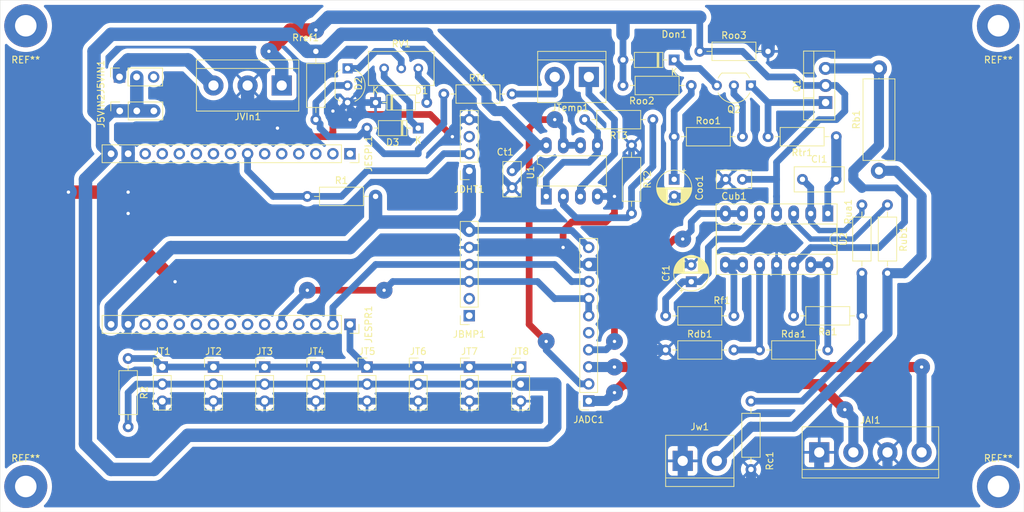
<source format=kicad_pcb>
(kicad_pcb (version 20211014) (generator pcbnew)
  (layers (0 "F.Cu" signal) (31 "B.Cu" signal) (34 "B.Paste" user) (35 "F.Paste" user) (36 "B.SilkS" user "B.Silkscreen") (37 "F.SilkS" user "F.Silkscreen") (38 "B.Mask" user) (39 "F.Mask" user) (44 "Edge.Cuts" user))
  (net 0 "")
  (net 1 "/3.3V")
  (net 2 "GND")
  (net 3 "/SCL")
  (net 4 "/SDA")
  (net 5 "Net-(JDHT1-Pad2)")
  (net 6 "/5V")
  (net 7 "Net-(JESPR1-Pad1)")
  (net 8 "Net-(D1-Pad2)")
  (net 9 "Net-(D2-Pad1)")
  (net 10 "/Vref")
  (net 11 "Net-(D3-Pad1)")
  (net 12 "/IN5V")
  (net 14 "/A3")
  (net 15 "/A2")
  (net 16 "/A1")
  (net 17 "/A0")
  (net 44 "Net-(JTemp1-Pad1)")
  (net 45 "Net-(JTemp1-Pad2)")
  (net 46 "VCC")
  (net 47 "Net-(RT2-Pad2)")
  (net 48 "Net-(RT3-Pad2)")
  (net 49 "Net-(Rf1-Pad1)")
  (net 50 "Net-(CI1-Pad1)")
  (net 51 "Net-(CI1-Pad2)")
  (net 52 "Net-(Coo1-Pad1)")
  (net 53 "Net-(Don1-Pad1)")
  (net 54 "Net-(Jw1-Pad2)")
  (net 55 "/Von")
  (net 56 "/Vwo")
  (net 57 "Net-(Q2-Pad2)")
  (net 58 "Net-(Ra1-Pad1)")
  (net 59 "Net-(Rda1-Pad1)")
  (net 60 "Net-(Rda1-Pad2)")
  (net 61 "Net-(Rf1-Pad2)")
  (net 62 "Net-(Rub1-Pad1)")
  (footprint "Connector_PinSocket_2.54mm:PinSocket_1x15_P2.54mm_Vertical" (layer "F.Cu") (at 128.27 86.36 -90)
    (fp_text reference "JESPR1")
    (fp_text value "Conn_01x15")
  )
  (footprint "Connector_PinSocket_2.54mm:PinSocket_1x15_P2.54mm_Vertical" (layer "F.Cu") (at 128.27 60.96 -90)
    (fp_text reference "JESPL1")
    (fp_text value "Conn_01x15")
  )
  (footprint "Connector_PinSocket_2.54mm:PinSocket_1x06_P2.54mm_Vertical" (layer "F.Cu") (at 146.025 85.065 180)
    (fp_text reference "JBMP1")
    (fp_text value "Conn_01x06")
  )
  (footprint "Resistor_THT:R_Axial_DIN0207_L6.3mm_D2.5mm_P10.16mm_Horizontal" (layer "F.Cu") (at 121.92 67.31)
    (fp_text reference "R1")
    (fp_text value "10k")
  )
  (footprint "Connector_PinHeader_2.54mm:PinHeader_1x03_P2.54mm_Vertical" (layer "F.Cu") (at 107.95 92.71)
    (fp_text reference "JT2")
    (fp_text value "Conn_01x03")
  )
  (footprint "Connector_PinHeader_2.54mm:PinHeader_1x03_P2.54mm_Vertical" (layer "F.Cu") (at 123.19 92.71)
    (fp_text reference "JT4")
    (fp_text value "Conn_01x03")
  )
  (footprint "Connector_PinHeader_2.54mm:PinHeader_1x03_P2.54mm_Vertical" (layer "F.Cu") (at 138.43 92.71)
    (fp_text reference "JT6")
    (fp_text value "Conn_01x03")
  )
  (footprint "Connector_PinHeader_2.54mm:PinHeader_1x03_P2.54mm_Vertical" (layer "F.Cu") (at 100.33 92.71)
    (fp_text reference "JT1")
    (fp_text value "Conn_01x03")
  )
  (footprint "Connector_PinSocket_2.54mm:PinSocket_1x04_P2.54mm_Vertical" (layer "F.Cu") (at 146.025 63.49 180)
    (fp_text reference "JDHT1")
    (fp_text value "Conn_01x04")
  )
  (footprint "Resistor_THT:R_Axial_DIN0207_L6.3mm_D2.5mm_P10.16mm_Horizontal" (layer "F.Cu") (at 95.25 91.44 -90)
    (fp_text reference "R2")
    (fp_text value "10k")
  )
  (footprint "Connector_PinHeader_2.54mm:PinHeader_1x03_P2.54mm_Vertical" (layer "F.Cu") (at 115.57 92.71)
    (fp_text reference "JT3")
    (fp_text value "Conn_01x03")
  )
  (footprint "Connector_PinHeader_2.54mm:PinHeader_1x03_P2.54mm_Vertical" (layer "F.Cu") (at 130.81 92.71)
    (fp_text reference "JT5")
    (fp_text value "Conn_01x03")
  )
  (footprint "Connector_PinSocket_2.54mm:PinSocket_1x03_P2.54mm_Vertical" (layer "F.Cu") (at 93.995 54.585 90)
    (fp_text reference "J5VIN2")
    (fp_text value "Conn_01x03")
  )
  (footprint "Capacitor_THT:C_Rect_L7.2mm_W3.5mm_P5.00mm_FKS2_FKP2_MKS2_MKP2" (layer "F.Cu") (at 195.62 64.77)
    (fp_text reference "CI1")
    (fp_text value "100n")
  )
  (footprint "MountingHole:MountingHole_3.2mm_M3_Pad" (layer "F.Cu") (at 224.79 41.91)
    (fp_text reference "REF**")
    (fp_text value "MountingHole_3.2mm_M3_Pad")
  )
  (footprint "Resistor_THT:R_Axial_DIN0207_L6.3mm_D2.5mm_P10.16mm_Horizontal" (layer "F.Cu") (at 204.47 85.09 180)
    (fp_text reference "Ra1")
    (fp_text value "1k")
  )
  (footprint "TerminalBlock:TerminalBlock_bornier-4_P5.08mm" (layer "F.Cu") (at 198.12 105.41)
    (fp_text reference "JAI1")
    (fp_text value "Conn_01x04")
  )
  (footprint "Resistor_THT:R_Axial_DIN0414_L11.9mm_D4.5mm_P15.24mm_Horizontal" (layer "F.Cu") (at 207.01 63.5 90)
    (fp_text reference "Rb1")
    (fp_text value "100")
  )
  (footprint "Resistor_THT:R_Axial_DIN0207_L6.3mm_D2.5mm_P10.16mm_Horizontal" (layer "F.Cu") (at 175.26 90.17)
    (fp_text reference "Rdb1")
    (fp_text value "20k")
  )
  (footprint "Resistor_THT:R_Axial_DIN0207_L6.3mm_D2.5mm_P10.16mm_Horizontal" (layer "F.Cu") (at 187.96 107.95 90)
    (fp_text reference "Rc1")
    (fp_text value "1k")
  )
  (footprint "Potentiometer_THT:Potentiometer_Bourns_3296W_Vertical" (layer "F.Cu") (at 138.44 48.26)
    (fp_text reference "RV1")
    (fp_text value "10k")
  )
  (footprint "Resistor_THT:R_Axial_DIN0207_L6.3mm_D2.5mm_P10.16mm_Horizontal" (layer "F.Cu") (at 180.34 45.72)
    (fp_text reference "Roo3")
    (fp_text value "4.7k")
  )
  (footprint "Package_TO_SOT_THT:TO-92_Inline_Wide" (layer "F.Cu") (at 127.91 48.26 -90)
    (fp_text reference "D2")
    (fp_text value "LM336Z-2.5_NOPB")
  )
  (footprint "TerminalBlock:TerminalBlock_bornier-2_P5.08mm" (layer "F.Cu") (at 177.8 106.68)
    (fp_text reference "Jw1")
    (fp_text value "Conn_01x02")
  )
  (footprint "Capacitor_THT:CP_Radial_D5.0mm_P2.50mm" (layer "F.Cu") (at 179.07 80.01 90)
    (fp_text reference "Cf1")
    (fp_text value "10u")
  )
  (footprint "MountingHole:MountingHole_3.2mm_M3_Pad" (layer "F.Cu") (at 80.01 41.91)
    (fp_text reference "REF**")
    (fp_text value "MountingHole_3.2mm_M3_Pad")
  )
  (footprint "Resistor_THT:R_Axial_DIN0207_L6.3mm_D2.5mm_P10.16mm_Horizontal" (layer "F.Cu") (at 170.18 59.69 -90)
    (fp_text reference "RT2")
    (fp_text value "10k")
  )
  (footprint "Resistor_THT:R_Axial_DIN0207_L6.3mm_D2.5mm_P10.16mm_Horizontal" (layer "F.Cu") (at 173.355 55.88 180)
    (fp_text reference "RT3")
    (fp_text value "10k")
  )
  (footprint "Resistor_THT:R_Axial_DIN0207_L6.3mm_D2.5mm_P10.16mm_Horizontal" (layer "F.Cu") (at 142.24 52.07)
    (fp_text reference "RT1")
    (fp_text value "10k")
  )
  (footprint "Diode_THT:D_DO-35_SOD27_P7.62mm_Horizontal" (layer "F.Cu") (at 138.43 57.15 180)
    (fp_text reference "D3")
    (fp_text value "1N4148")
  )
  (footprint "Resistor_THT:R_Axial_DIN0207_L6.3mm_D2.5mm_P10.16mm_Horizontal" (layer "F.Cu") (at 176.53 58.42)
    (fp_text reference "Roo1")
    (fp_text value "560")
  )
  (footprint "TerminalBlock:TerminalBlock_bornier-2_P5.08mm" (layer "F.Cu") (at 163.83 49.53 180)
    (fp_text reference "JTemp1")
    (fp_text value "Conn_01x02")
  )
  (footprint "TerminalBlock:TerminalBlock_bornier-3_P5.08mm" (layer "F.Cu") (at 118.11 50.8 180)
    (fp_text reference "JVIn1")
    (fp_text value "Conn_01x03")
  )
  (footprint "Resistor_THT:R_Axial_DIN0207_L6.3mm_D2.5mm_P10.16mm_Horizontal" (layer "F.Cu") (at 168.91 50.8)
    (fp_text reference "Roo2")
    (fp_text value "22k")
  )
  (footprint "Resistor_THT:R_Axial_DIN0207_L6.3mm_D2.5mm_P10.16mm_Horizontal" (layer "F.Cu") (at 189.23 90.17)
    (fp_text reference "Rda1")
    (fp_text value "100k")
  )
  (footprint "Package_TO_SOT_THT:TO-220-3_Vertical" (layer "F.Cu") (at 199.065 53.34 90)
    (fp_text reference "Q1")
    (fp_text value "TIP41")
  )
  (footprint "MountingHole:MountingHole_3.2mm_M3_Pad" (layer "F.Cu") (at 224.79 110.49)
    (fp_text reference "REF**")
    (fp_text value "MountingHole_3.2mm_M3_Pad")
  )
  (footprint "Connector_PinHeader_2.54mm:PinHeader_1x03_P2.54mm_Vertical" (layer "F.Cu") (at 153.67 92.71)
    (fp_text reference "JT8")
    (fp_text value "Conn_01x03")
  )
  (footprint "Package_DIP:DIP-8_W7.62mm_LongPads" (layer "F.Cu") (at 157.49 67.325 90)
    (fp_text reference "U1")
    (fp_text value "LM358")
  )
  (footprint "Resistor_THT:R_Axial_DIN0207_L6.3mm_D2.5mm_P10.16mm_Horizontal" (layer "F.Cu") (at 185.42 85.09 180)
    (fp_text reference "Rf1")
    (fp_text value "10k")
  )
  (footprint "Connector_PinHeader_2.54mm:PinHeader_1x03_P2.54mm_Vertical" (layer "F.Cu") (at 146.05 92.71)
    (fp_text reference "JT7")
    (fp_text value "Conn_01x03")
  )
  (footprint "Connector_PinSocket_2.54mm:PinSocket_1x03_P2.54mm_Vertical" (layer "F.Cu") (at 93.965 49.53 90)
    (fp_text reference "J5VIN1")
    (fp_text value "Conn_01x03")
  )
  (footprint "Resistor_THT:R_Axial_DIN0207_L6.3mm_D2.5mm_P10.16mm_Horizontal" (layer "F.Cu") (at 200.66 58.42 180)
    (fp_text reference "Rtr1")
    (fp_text value "2k")
  )
  (footprint "Resistor_THT:R_Axial_DIN0207_L6.3mm_D2.5mm_P10.16mm_Horizontal" (layer "F.Cu") (at 204.47 68.58 -90)
    (fp_text reference "Rua1")
    (fp_text value "10k")
  )
  (footprint "Resistor_THT:R_Axial_DIN0207_L6.3mm_D2.5mm_P10.16mm_Horizontal" (layer "F.Cu") (at 208.28 68.58 -90)
    (fp_text reference "Rub1")
    (fp_text value "10k")
  )
  (footprint "Capacitor_THT:CP_Radial_D5.0mm_P2.50mm" (layer "F.Cu") (at 176.53 64.77 -90)
    (fp_text reference "Coo1")
    (fp_text value "10u")
  )
  (footprint "MountingHole:MountingHole_3.2mm_M3_Pad" (layer "F.Cu") (at 80.01 110.49)
    (fp_text reference "REF**")
    (fp_text value "MountingHole_3.2mm_M3_Pad")
  )
  (footprint "Capacitor_THT:C_Disc_D5.0mm_W2.5mm_P2.50mm" (layer "F.Cu") (at 186.69 64.77 180)
    (fp_text reference "Cub1")
    (fp_text value "10n")
  )
  (footprint "Resistor_THT:R_Axial_DIN0207_L6.3mm_D2.5mm_P10.16mm_Horizontal" (layer "F.Cu") (at 123.19 45.72 -90)
    (fp_text reference "Rref1")
    (fp_text value "2.5k")
  )
  (footprint "Package_TO_SOT_THT:TO-92_Inline_Wide" (layer "F.Cu") (at 187.96 50.8 180)
    (fp_text reference "Q2")
    (fp_text value "2N3906")
  )
  (footprint "Capacitor_THT:C_Disc_D5.0mm_W2.5mm_P2.50mm" (layer "F.Cu") (at 152.4 63.5 -90)
    (fp_text reference "Ct1")
    (fp_text value "10n")
  )
  (footprint "Diode_THT:D_DO-35_SOD27_P7.62mm_Horizontal" (layer "F.Cu") (at 132.08 53.34)
    (fp_text reference "D1")
    (fp_text value "1N4148")
  )
  (footprint "Package_DIP:DIP-14_W7.62mm_Socket_LongPads" (layer "F.Cu") (at 199.395 69.86 -90)
    (fp_text reference "U2")
    (fp_text value "LM324")
  )
  (footprint "Diode_THT:D_DO-35_SOD27_P7.62mm_Horizontal" (layer "F.Cu") (at 176.53 46.99 180)
    (fp_text reference "Don1")
    (fp_text value "1N4148")
  )
  (footprint "Connector_PinSocket_2.54mm:PinSocket_1x10_P2.54mm_Vertical" (layer "F.Cu") (at 163.805 97.76 180)
    (fp_text reference "JADC1")
    (fp_text value "Conn_01x10")
  )
  (gr_rect (start 76.2 38.1) (end 228.6 114.3) (layer "Edge.Cuts") (width 0.05) (fill none))
  (segment (start 128.27 74.93) (end 132.08 71.12) (width 2) (layer "B.Cu") (net 1))
  (segment (start 132.08 71.12) (end 132.08 67.31) (width 2) (layer "B.Cu") (net 1))
  (segment (start 101.6 74.93) (end 92.71 83.82) (width 2) (layer "B.Cu") (net 1))
  (segment (start 144.78 71.12) (end 146.025 72.365) (width 2) (layer "B.Cu") (net 1))
  (segment (start 132.08 71.12) (end 144.78 71.12) (width 2) (layer "B.Cu") (net 1))
  (segment (start 128.27 74.93) (end 101.6 74.93) (width 2) (layer "B.Cu") (net 1))
  (segment (start 92.71 83.82) (end 92.71 86.36) (width 2) (layer "B.Cu") (net 1))
  (segment (start 159.995 72.365) (end 160.02 72.39) (width 1) (layer "B.Cu") (net 1))
  (segment (start 161.295 72.39) (end 163.805 74.9) (width 1) (layer "B.Cu") (net 1))
  (segment (start 160.02 72.39) (end 161.295 72.39) (width 1) (layer "B.Cu") (net 1))
  (segment (start 146.025 72.365) (end 159.995 72.365) (width 1) (layer "B.Cu") (net 1))
  (segment (start 144.78 71.12) (end 146.025 69.875) (width 2) (layer "B.Cu") (net 1))
  (segment (start 146.025 69.875) (end 146.025 63.49) (width 2) (layer "B.Cu") (net 1))
  (segment (start 161.29 71.12) (end 166.37 71.12) (width 1) (layer "F.Cu") (net 2))
  (segment (start 117.475 57.15) (end 118.745 58.42) (width 1) (layer "F.Cu") (net 2))
  (segment (start 159.995 74.905) (end 159.995 72.415) (width 1) (layer "F.Cu") (net 2))
  (segment (start 95.25 66.675) (end 86.36 66.675) (width 2) (layer "F.Cu") (net 2))
  (segment (start 129.032 55.118) (end 140.208 55.118) (width 1) (layer "F.Cu") (net 2))
  (segment (start 166.37 71.12) (end 167.64 69.85) (width 1) (layer "F.Cu") (net 2))
  (segment (start 140.208 55.118) (end 143.51 58.42) (width 1) (layer "F.Cu") (net 2))
  (segment (start 125.73 57.785) (end 125.73 54.61) (width 1) (layer "F.Cu") (net 2))
  (segment (start 125.095 58.42) (end 125.73 57.785) (width 1) (layer "F.Cu") (net 2))
  (segment (start 118.745 58.42) (end 125.095 58.42) (width 1) (layer "F.Cu") (net 2))
  (segment (start 95.25 73.025) (end 102.235 80.01) (width 2) (layer "F.Cu") (net 2))
  (segment (start 159.995 72.415) (end 161.29 71.12) (width 1) (layer "F.Cu") (net 2))
  (segment (start 95.25 69.85) (end 95.25 73.025) (width 2) (layer "F.Cu") (net 2))
  (segment (start 167.64 69.85) (end 167.64 67.31) (width 1) (layer "F.Cu") (net 2))
  (segment (start 128.27 55.88) (end 129.032 55.118) (width 1) (layer "F.Cu") (net 2))
  (via (at 128.27 55.88) (size 2.5) (drill 0.5) (layers "F.Cu" "B.Cu") (net 2))
  (via (at 117.475 57.15) (size 2.5) (drill 0.5) (layers "F.Cu" "B.Cu") (net 2))
  (via (at 95.25 66.675) (size 2.5) (drill 0.5) (layers "F.Cu" "B.Cu") (net 2))
  (via (at 102.235 80.01) (size 2.5) (drill 0.5) (layers "F.Cu" "B.Cu") (net 2))
  (via (at 143.51 58.42) (size 2.5) (drill 0.5) (layers "F.Cu" "B.Cu") (net 2))
  (via (at 167.64 67.31) (size 2.5) (drill 0.5) (layers "F.Cu" "B.Cu") (net 2))
  (via (at 159.995 74.905) (size 2.5) (drill 0.5) (layers "F.Cu" "B.Cu") (net 2))
  (via (at 86.36 66.675) (size 2.5) (drill 0.5) (layers "F.Cu" "B.Cu") (net 2))
  (via (at 125.73 54.61) (size 2.5) (drill 0.5) (layers "F.Cu" "B.Cu") (net 2))
  (via (at 95.25 69.85) (size 2.5) (drill 0.5) (layers "F.Cu" "B.Cu") (net 2))
  (segment (start 169.545 79.375) (end 168.91 78.74) (width 2) (layer "B.Cu") (net 2))
  (segment (start 176.53 68.58) (end 176.53 67.27) (width 1) (layer "B.Cu") (net 2))
  (segment (start 95.25 87.63) (end 95.25 86.36) (width 1) (layer "B.Cu") (net 2))
  (segment (start 162.53 77.44) (end 163.805 77.44) (width 1) (layer "B.Cu") (net 2))
  (segment (start 127.91 53.34) (end 132.08 53.34) (width 1) (layer "B.Cu") (net 2))
  (segment (start 96.52 57.15) (end 110.49 57.15) (width 2) (layer "B.Cu") (net 2))
  (segment (start 146.025 55.87) (end 144.79 55.87) (width 1) (layer "B.Cu") (net 2))
  (segment (start 91.44 91.44) (end 95.25 87.63) (width 1) (layer "B.Cu") (net 2))
  (segment (start 91.44 102.87) (end 91.44 91.44) (width 1) (layer "B.Cu") (net 2))
  (segment (start 109.22 106.68) (end 109.855 106.045) (width 2) (layer "B.Cu") (net 2))
  (segment (start 100.33 101.6) (end 97.79 104.14) (width 1) (layer "B.Cu") (net 2))
  (segment (start 95.25 60.96) (end 95.25 69.85) (width 2) (layer "B.Cu") (net 2))
  (segment (start 171.41 74.97) (end 175.26 71.12) (width 1) (layer "B.Cu") (net 2))
  (segment (start 181.47137 99.02) (end 186.51137 93.98) (width 1.5) (layer "B.Cu") (net 2))
  (segment (start 177.8 106.68) (end 177.8 110.49) (width 1.5) (layer "B.Cu") (net 2))
  (segment (start 167.64 67.31) (end 165.125 67.31) (width 1) (layer "B.Cu") (net 2))
  (segment (start 86.36 66.675) (end 86.36 106.68) (width 2) (layer "B.Cu") (net 2))
  (segment (start 171.41 77.51) (end 169.545 79.375) (width 1) (layer "B.Cu") (net 2))
  (segment (start 110.49 57.15) (end 113.03 54.61) (width 2) (layer "B.Cu") (net 2))
  (segment (start 105.41 111.125) (end 109.22 107.315) (width 2) (layer "B.Cu") (net 2))
  (segment (start 217.17 109.22) (end 217.17 52.07) (width 2) (layer "B.Cu") (net 2))
  (segment (start 193.04 90.17) (end 193.04 88.9) (width 1.5) (layer "B.Cu") (net 2))
  (segment (start 180.34 99.02) (end 181.47137 99.02) (width 1.5) (layer "B.Cu") (net 2))
  (segment (start 100.33 80.01) (end 95.25 85.09) (width 2) (layer "B.Cu") (net 2))
  (segment (start 165.125 67.31) (end 165.11 67.325) (width 1) (layer "B.Cu") (net 2))
  (segment (start 95.25 58.42) (end 96.52 57.15) (width 2) (layer "B.Cu") (net 2))
  (segment (start 125.73 54.61) (end 127 54.61) (width 1) (layer "B.Cu") (net 2))
  (segment (start 159.995 74.905) (end 162.53 77.44) (width 1) (layer "B.Cu") (net 2))
  (segment (start 170.18 62.23) (end 170.18 59.69) (width 1) (layer "B.Cu") (net 2))
  (segment (start 167.64 64.77) (end 170.18 62.23) (width 1) (layer "B.Cu") (net 2))
  (segment (start 102.235 80.01) (end 100.33 80.01) (width 2) (layer "B.Cu") (net 2))
  (segment (start 148.59 57.15) (end 147.31 55.87) (width 1) (layer "B.Cu") (net 2))
  (segment (start 147.31 55.87) (end 146.025 55.87) (width 1) (layer "B.Cu") (net 2))
  (segment (start 168.91 78.74) (end 167.61 77.44) (width 2) (layer "B.Cu") (net 2))
  (segment (start 90.805 111.125) (end 105.41 111.125) (width 2) (layer "B.Cu") (net 2))
  (segment (start 100.33 97.79) (end 100.33 101.6) (width 1) (layer "B.Cu") (net 2))
  (segment (start 126.64 54.61) (end 127.91 53.34) (width 1) (layer "B.Cu") (net 2))
  (segment (start 198.12 105.41) (end 198.12 110.49) (width 1.5) (layer "B.Cu") (net 2))
  (segment (start 186.51137 93.98) (end 189.23 93.98) (width 1.5) (layer "B.Cu") (net 2))
  (segment (start 127 54.61) (end 128.27 55.88) (width 1) (layer "B.Cu") (net 2))
  (segment (start 167.61 77.44) (end 163.805 77.44) (width 2) (layer "B.Cu") (net 2))
  (segment (start 115.57 57.15) (end 113.03 54.61) (width 1) (layer "B.Cu") (net 2))
  (segment (start 97.79 104.14) (end 92.71 104.14) (width 1) (layer "B.Cu") (net 2))
  (segment (start 215.9 110.49) (end 217.17 109.22) (width 2) (layer "B.Cu") (net 2))
  (segment (start 115.57 57.15) (end 117.475 57.15) (width 1) (layer "B.Cu") (net 2))
  (segment (start 171.45 90.17) (end 171.45 81.28) (width 2) (layer "B.Cu") (net 2))
  (segment (start 198.12 110.49) (end 208.28 110.49) (width 2) (layer "B.Cu") (net 2))
  (segment (start 179.07 77.51) (end 175.22 77.51) (width 1) (layer "B.Cu") (net 2))
  (segment (start 177.8 101.56) (end 180.34 99.02) (width 1.5) (layer "B.Cu") (net 2))
  (segment (start 113.03 54.61) (end 113.03 50.8) (width 2) (layer "B.Cu") (net 2))
  (segment (start 152.4 66) (end 148.63 62.23) (width 1) (layer "B.Cu") (net 2))
  (segment (start 177.8 110.49) (end 187.96 110.49) (width 2) (layer "B.Cu") (net 2))
  (segment (start 177.8 106.68) (end 177.8 101.56) (width 1.5) (layer "B.Cu") (net 2))
  (segment (start 109.855 106.045) (end 163.83 106.045) (width 2) (layer "B.Cu") (net 2))
  (segment (start 163.83 106.045) (end 171.45 98.425) (width 2) (layer "B.Cu") (net 2))
  (segment (start 187.96 107.95) (end 187.96 110.49) (width 1.5) (layer "B.Cu") (net 2))
  (segment (start 173.99 110.49) (end 177.8 110.49) (width 2) (layer "B.Cu") (net 2))
  (segment (start 86.36 106.68) (end 90.805 111.125) (width 2) (layer "B.Cu") (net 2))
  (segment (start 100.33 97.79) (end 153.67 97.79) (width 1) (layer "B.Cu") (net 2))
  (segment (start 171.45 98.425) (end 171.45 90.17) (width 2) (layer "B.Cu") (net 2))
  (segment (start 148.59 62.23) (end 148.59 57.15) (width 1) (layer "B.Cu") (net 2))
  (segment (start 175.26 90.17) (end 171.45 90.17) (width 1.5) (layer "B.Cu") (net 2))
  (segment (start 175.26 71.12) (end 175.26 69.85) (width 1) (layer "B.Cu") (net 2))
  (segment (start 146.025 74.905) (end 159.995 74.905) (width 1) (layer "B.Cu") (net 2))
  (segment (start 125.73 54.61) (end 126.64 54.61) (width 1) (layer "B.Cu") (net 2))
  (segment (start 128.27 53.7) (end 127.91 53.34) (width 1) (layer "B.Cu") (net 2))
  (segment (start 148.63 62.23) (end 148.59 62.23) (width 1) (layer "B.Cu") (net 2))
  (segment (start 127.91 53.34) (end 127.91 53.488) (width 1) (layer "B.Cu") (net 2))
  (segment (start 193.04 41.91) (end 190.5 44.45) (width 2) (layer "B.Cu") (net 2))
  (segment (start 208.28 105.41) (end 208.28 110.49) (width 1.5) (layer "B.Cu") (net 2))
  (segment (start 109.22 107.315) (end 109.22 106.68) (width 2) (layer "B.Cu") (net 2))
  (segment (start 193.04 88.9) (end 191.77 87.63) (width 1.5) (layer "B.Cu") (net 2))
  (segment (start 128.27 55.88) (end 128.27 53.7) (width 1) (layer "B.Cu") (net 2))
  (segment (start 171.41 77.51) (end 171.41 74.97) (width 1) (layer "B.Cu") (net 2))
  (segment (start 95.25 60.96) (end 95.25 58.42) (width 2) (layer "B.Cu") (net 2))
  (segment (start 187.96 110.49) (end 198.12 110.49) (width 2) (layer "B.Cu") (net 2))
  (segment (start 189.23 93.98) (end 193.04 90.17) (width 1.5) (layer "B.Cu") (net 2))
  (segment (start 217.17 52.07) (end 207.01 41.91) (width 2) (layer "B.Cu") (net 2))
  (segment (start 190.5 44.45) (end 190.5 45.72) (width 2) (layer "B.Cu") (net 2))
  (segment (start 191.77 87.63) (end 191.775 87.625) (width 1.5) (layer "B.Cu") (net 2))
  (segment (start 207.01 41.91) (end 193.04 41.91) (width 2) (layer "B.Cu") (net 2))
  (segment (start 169.545 106.045) (end 173.99 110.49) (width 2) (layer "B.Cu") (net 2))
  (segment (start 181.69 67.27) (end 184.19 64.77) (width 1) (layer "B.Cu") (net 2))
  (segment (start 163.83 106.045) (end 169.545 106.045) (width 2) (layer "B.Cu") (net 2))
  (segment (start 191.775 87.625) (end 191.775 77.48) (width 1.5) (layer "B.Cu") (net 2))
  (segment (start 144.79 55.87) (end 143.51 57.15) (width 1) (layer "B.Cu") (net 2))
  (segment (start 95.25 85.09) (end 95.25 86.36) (width 2) (layer "B.Cu") (net 2))
  (segment (start 143.51 57.15) (end 143.51 58.42) (width 1) (layer "B.Cu") (net 2))
  (segment (start 171.45 81.28) (end 169.545 79.375) (width 2) (layer "B.Cu") (net 2))
  (segment (start 167.64 67.31) (end 167.64 64.77) (width 1) (layer "B.Cu") (net 2))
  (segment (start 176.53 67.27) (end 181.69 67.27) (width 1) (layer "B.Cu") (net 2))
  (segment (start 92.71 104.14) (end 91.44 102.87) (width 1) (layer "B.Cu") (net 2))
  (segment (start 208.28 110.49) (end 215.9 110.49) (width 2) (layer "B.Cu") (net 2))
  (segment (start 175.22 77.51) (end 171.45 81.28) (width 1) (layer "B.Cu") (net 2))
  (segment (start 175.26 69.85) (end 176.53 68.58) (width 1) (layer "B.Cu") (net 2))
  (segment (start 125.73 83.82) (end 125.73 86.36) (width 1) (layer "B.Cu") (net 3))
  (segment (start 158.725 77.445) (end 161.29 80.01) (width 1) (layer "B.Cu") (net 3))
  (segment (start 132.105 77.445) (end 125.73 83.82) (width 1) (layer "B.Cu") (net 3))
  (segment (start 161.32 79.98) (end 163.805 79.98) (width 1) (layer "B.Cu") (net 3))
  (segment (start 161.29 80.01) (end 161.32 79.98) (width 1) (layer "B.Cu") (net 3))
  (segment (start 146.025 77.445) (end 132.105 77.445) (width 1) (layer "B.Cu") (net 3))
  (segment (start 146.025 77.445) (end 158.725 77.445) (width 1) (layer "B.Cu") (net 3))
  (segment (start 133.35 81.28) (end 121.92 81.28) (width 1) (layer "F.Cu") (net 4))
  (via (at 133.35 81.28) (size 2.5) (drill 0.5) (layers "F.Cu" "B.Cu") (net 4))
  (via (at 121.92 81.28) (size 2.5) (drill 0.5) (layers "F.Cu" "B.Cu") (net 4))
  (segment (start 118.11 85.09) (end 118.11 86.36) (width 1) (layer "B.Cu") (net 4))
  (segment (start 156.185 79.985) (end 158.75 82.55) (width 1) (layer "B.Cu") (net 4))
  (segment (start 146.025 79.985) (end 156.185 79.985) (width 1) (layer "B.Cu") (net 4))
  (segment (start 134.645 79.985) (end 133.35 81.28) (width 1) (layer "B.Cu") (net 4))
  (segment (start 146.025 79.985) (end 134.645 79.985) (width 1) (layer "B.Cu") (net 4))
  (segment (start 163.805 82.52) (end 163.805 85.06) (width 1) (layer "B.Cu") (net 4))
  (segment (start 121.92 81.28) (end 118.11 85.09) (width 1) (layer "B.Cu") (net 4))
  (segment (start 158.78 82.52) (end 163.805 82.52) (width 1) (layer "B.Cu") (net 4))
  (segment (start 158.75 82.55) (end 158.78 82.52) (width 1) (layer "B.Cu") (net 4))
  (segment (start 127 67.31) (end 130.81 63.5) (width 1) (layer "B.Cu") (net 5))
  (segment (start 113.03 63.5) (end 113.03 60.96) (width 1) (layer "B.Cu") (net 5))
  (segment (start 139.7 63.5) (end 142.25 60.95) (width 1) (layer "B.Cu") (net 5))
  (segment (start 116.84 67.31) (end 113.03 63.5) (width 1) (layer "B.Cu") (net 5))
  (segment (start 121.92 67.31) (end 127 67.31) (width 1) (layer "B.Cu") (net 5))
  (segment (start 130.81 63.5) (end 139.7 63.5) (width 1) (layer "B.Cu") (net 5))
  (segment (start 142.25 60.95) (end 146.025 60.95) (width 1) (layer "B.Cu") (net 5))
  (segment (start 121.92 67.31) (end 116.84 67.31) (width 1) (layer "B.Cu") (net 5))
  (segment (start 96.505 49.53) (end 96.535 49.56) (width 1) (layer "B.Cu") (net 6))
  (segment (start 157.48 102.87) (end 158.75 101.6) (width 2) (layer "B.Cu") (net 6))
  (segment (start 95.25 96.52) (end 96.52 95.25) (width 1) (layer "B.Cu") (net 6))
  (segment (start 148.59 52.07) (end 139.7 43.18) (width 1.5) (layer "B.Cu") (net 6))
  (segment (start 152.4 63.5) (end 156.21 59.69) (width 1.5) (layer "B.Cu") (net 6))
  (segment (start 93.995 54.585) (end 99.075 54.585) (width 2) (layer "B.Cu") (net 6))
  (segment (start 148.59 53.34) (end 148.59 52.07) (width 1.5) (layer "B.Cu") (net 6))
  (segment (start 90.17 54.61) (end 90.17 45.72) (width 2) (layer "B.Cu") (net 6))
  (segment (start 92.71 60.96) (end 88.9 64.77) (width 2) (layer "B.Cu") (net 6))
  (segment (start 92.735 54.585) (end 91.44 55.88) (width 2) (layer "B.Cu") (net 6))
  (segment (start 100.33 95.25) (end 153.67 95.25) (width 1) (layer "B.Cu") (net 6))
  (segment (start 149.86 54.61) (end 148.59 53.34) (width 1.5) (layer "B.Cu") (net 6))
  (segment (start 96.52 95.25) (end 100.33 95.25) (width 1) (layer "B.Cu") (net 6))
  (segment (start 96.535 54.585) (end 96.535 49.56) (width 2) (layer "B.Cu") (net 6))
  (segment (start 99.06 107.95) (end 104.14 102.87) (width 2) (layer "B.Cu") (net 6))
  (segment (start 92.71 107.95) (end 99.06 107.95) (width 2) (layer "B.Cu") (net 6))
  (segment (start 156.21 59.69) (end 157.475 59.69) (width 1.5) (layer "B.Cu") (net 6))
  (segment (start 90.17 45.72) (end 92.71 43.18) (width 2) (layer "B.Cu") (net 6))
  (segment (start 93.995 54.585) (end 92.735 54.585) (width 2) (layer "B.Cu") (net 6))
  (segment (start 127 43.18) (end 139.7 43.18) (width 2) (layer "B.Cu") (net 6))
  (segment (start 88.9 64.77) (end 88.9 104.14) (width 2) (layer "B.Cu") (net 6))
  (segment (start 151.13 54.61) (end 149.86 54.61) (width 1.5) (layer "B.Cu") (net 6))
  (segment (start 121.92 45.72) (end 123.19 45.72) (width 2) (layer "B.Cu") (net 6))
  (segment (start 91.44 55.88) (end 90.17 54.61) (width 2) (layer "B.Cu") (net 6))
  (segment (start 158.75 95.25) (end 153.67 95.25) (width 2) (layer "B.Cu") (net 6))
  (segment (start 119.38 43.18) (end 121.92 45.72) (width 2) (layer "B.Cu") (net 6))
  (segment (start 157.475 59.69) (end 157.49 59.705) (width 1.5) (layer "B.Cu") (net 6))
  (segment (start 88.9 104.14) (end 92.71 107.95) (width 2) (layer "B.Cu") (net 6))
  (segment (start 91.44 59.69) (end 92.71 60.96) (width 2) (layer "B.Cu") (net 6))
  (segment (start 156.21 59.69) (end 151.13 54.61) (width 1.5) (layer "B.Cu") (net 6))
  (segment (start 158.75 101.6) (end 158.75 95.25) (width 2) (layer "B.Cu") (net 6))
  (segment (start 96.505 54.555) (end 96.535 54.585) (width 1) (layer "B.Cu") (net 6))
  (segment (start 95.25 101.6) (end 95.25 96.52) (width 1) (layer "B.Cu") (net 6))
  (segment (start 92.71 43.18) (end 119.38 43.18) (width 2) (layer "B.Cu") (net 6))
  (segment (start 124.46 45.72) (end 127 43.18) (width 2) (layer "B.Cu") (net 6))
  (segment (start 91.44 55.88) (end 91.44 59.69) (width 2) (layer "B.Cu") (net 6))
  (segment (start 104.14 102.87) (end 157.48 102.87) (width 2) (layer "B.Cu") (net 6))
  (segment (start 123.19 45.72) (end 124.46 45.72) (width 2) (layer "B.Cu") (net 6))
  (segment (start 138.43 92.71) (end 146.05 92.71) (width 1) (layer "B.Cu") (net 7))
  (segment (start 107.95 92.71) (end 115.57 92.71) (width 1) (layer "B.Cu") (net 7))
  (segment (start 130.81 92.71) (end 138.43 92.71) (width 1) (layer "B.Cu") (net 7))
  (segment (start 128.27 90.17) (end 128.27 86.36) (width 1) (layer "B.Cu") (net 7))
  (segment (start 130.81 92.71) (end 128.27 90.17) (width 1) (layer "B.Cu") (net 7))
  (segment (start 123.19 92.71) (end 130.81 92.71) (width 1) (layer "B.Cu") (net 7))
  (segment (start 115.57 92.71) (end 123.19 92.71) (width 1) (layer "B.Cu") (net 7))
  (segment (start 100.33 92.71) (end 107.95 92.71) (width 1) (layer "B.Cu") (net 7))
  (segment (start 99.06 91.44) (end 100.33 92.71) (width 1) (layer "B.Cu") (net 7))
  (segment (start 146.05 92.71) (end 153.67 92.71) (width 1) (layer "B.Cu") (net 7))
  (segment (start 95.25 91.44) (end 99.06 91.44) (width 1) (layer "B.Cu") (net 7))
  (segment (start 139.7 50.8) (end 138.43 49.53) (width 1) (layer "B.Cu") (net 8))
  (segment (start 138.43 49.53) (end 138.44 49.52) (width 1) (layer "B.Cu") (net 8))
  (segment (start 138.44 49.52) (end 138.44 48.26) (width 1) (layer "B.Cu") (net 8))
  (segment (start 139.7 53.34) (end 139.7 50.8) (width 1) (layer "B.Cu") (net 8))
  (segment (start 127.91 48.26) (end 129.54 48.26) (width 1) (layer "B.Cu") (net 9))
  (segment (start 129.54 48.26) (end 132.08 45.72) (width 1) (layer "B.Cu") (net 9))
  (segment (start 135.9 47) (end 135.9 48.26) (width 1) (layer "B.Cu") (net 9))
  (segment (start 132.08 45.72) (end 134.62 45.72) (width 1) (layer "B.Cu") (net 9))
  (segment (start 134.62 45.72) (end 135.9 47) (width 1) (layer "B.Cu") (net 9))
  (segment (start 130.81 58.42) (end 130.81 57.15) (width 1) (layer "B.Cu") (net 10))
  (segment (start 123.825 57.15) (end 125.095 58.42) (width 1) (layer "B.Cu") (net 10))
  (segment (start 142.24 52.07) (end 142.24 56.515) (width 1) (layer "B.Cu") (net 10))
  (segment (start 142.24 56.515) (end 138.43 60.325) (width 1) (layer "B.Cu") (net 10))
  (segment (start 133.35 60.96) (end 130.81 58.42) (width 1) (layer "B.Cu") (net 10))
  (segment (start 125.73 50.8) (end 127.91 50.8) (width 1) (layer "B.Cu") (net 10))
  (segment (start 125.095 58.42) (end 129.54 58.42) (width 1) (layer "B.Cu") (net 10))
  (segment (start 129.54 58.42) (end 130.81 57.15) (width 1) (layer "B.Cu") (net 10))
  (segment (start 123.19 53.34) (end 123.19 55.88) (width 1) (layer "B.Cu") (net 10))
  (segment (start 138.43 60.325) (end 138.43 60.96) (width 1) (layer "B.Cu") (net 10))
  (segment (start 138.43 60.96) (end 133.35 60.96) (width 1) (layer "B.Cu") (net 10))
  (segment (start 123.19 55.88) (end 123.825 56.515) (width 1) (layer "B.Cu") (net 10))
  (segment (start 123.19 53.34) (end 125.73 50.8) (width 1) (layer "B.Cu") (net 10))
  (segment (start 123.825 56.515) (end 123.825 57.15) (width 1) (layer "B.Cu") (net 10))
  (segment (start 133.36 48.26) (end 133.36 49.54) (width 1) (layer "B.Cu") (net 11))
  (segment (start 133.36 49.54) (end 137.16 53.34) (width 1) (layer "B.Cu") (net 11))
  (segment (start 137.16 55.88) (end 138.43 57.15) (width 1) (layer "B.Cu") (net 11))
  (segment (start 137.16 53.34) (end 137.16 55.88) (width 1) (layer "B.Cu") (net 11))
  (segment (start 104.14 46.99) (end 107.95 50.8) (width 2) (layer "B.Cu") (net 12))
  (segment (start 93.965 48.275) (end 95.25 46.99) (width 2) (layer "B.Cu") (net 12))
  (segment (start 93.965 49.53) (end 93.965 48.275) (width 2) (layer "B.Cu") (net 12))
  (segment (start 95.25 46.99) (end 104.14 46.99) (width 2) (layer "B.Cu") (net 12))
  (segment (start 168.91 95.25) (end 198.12 95.25) (width 1.5) (layer "F.Cu") (net 14))
  (segment (start 167.64 96.52) (end 168.91 95.25) (width 1.5) (layer "F.Cu") (net 14))
  (segment (start 198.12 95.25) (end 201.93 99.06) (width 1.5) (layer "F.Cu") (net 14))
  (via (at 167.64 96.52) (size 2.5) (drill 0.5) (layers "F.Cu" "B.Cu") (net 14))
  (via (at 201.93 99.06) (size 2.5) (drill 0.5) (layers "F.Cu" "B.Cu") (net 14))
  (segment (start 203.2 100.33) (end 203.2 105.41) (width 1.5) (layer "B.Cu") (net 14))
  (segment (start 163.805 97.76) (end 166.4 97.76) (width 1.5) (layer "B.Cu") (net 14))
  (segment (start 166.4 97.76) (end 167.64 96.52) (width 1.5) (layer "B.Cu") (net 14))
  (segment (start 201.93 99.06) (end 203.2 100.33) (width 1.5) (layer "B.Cu") (net 14))
  (segment (start 158.75 55.88) (end 156.21 55.88) (width 1) (layer "F.Cu") (net 15))
  (segment (start 154.94 57.15) (end 154.94 86.36) (width 1) (layer "F.Cu") (net 15))
  (segment (start 154.94 86.36) (end 157.48 88.9) (width 1) (layer "F.Cu") (net 15))
  (segment (start 156.21 55.88) (end 154.94 57.15) (width 1) (layer "F.Cu") (net 15))
  (via (at 158.75 55.88) (size 2.5) (drill 0.5) (layers "F.Cu" "B.Cu") (net 15))
  (via (at 157.48 88.9) (size 2.5) (drill 0.5) (layers "F.Cu" "B.Cu") (net 15))
  (segment (start 162.53 95.22) (end 163.805 95.22) (width 1) (layer "B.Cu") (net 15))
  (segment (start 160.03 59.705) (end 162.57 59.705) (width 1) (layer "B.Cu") (net 15))
  (segment (start 160.03 59.705) (end 160.03 57.16) (width 1) (layer "B.Cu") (net 15))
  (segment (start 160.03 57.16) (end 158.75 55.88) (width 1) (layer "B.Cu") (net 15))
  (segment (start 157.48 88.9) (end 157.48 90.17) (width 1) (layer "B.Cu") (net 15))
  (segment (start 157.48 90.17) (end 162.53 95.22) (width 1) (layer "B.Cu") (net 15))
  (segment (start 213.36 92.71) (end 167.64 92.71) (width 1.5) (layer "F.Cu") (net 16))
  (via (at 213.36 92.71) (size 2.5) (drill 0.5) (layers "F.Cu" "B.Cu") (net 16))
  (via (at 167.64 92.71) (size 2.5) (drill 0.5) (layers "F.Cu" "B.Cu") (net 16))
  (segment (start 213.36 105.41) (end 213.36 92.71) (width 1.5) (layer "B.Cu") (net 16))
  (segment (start 163.835 92.71) (end 163.805 92.68) (width 1.5) (layer "B.Cu") (net 16))
  (segment (start 167.64 92.71) (end 163.835 92.71) (width 1.5) (layer "B.Cu") (net 16))
  (segment (start 176.53 73.66) (end 177.8 73.66) (width 1) (layer "F.Cu") (net 17))
  (segment (start 167.64 82.55) (end 176.53 73.66) (width 1) (layer "F.Cu") (net 17))
  (segment (start 167.64 88.9) (end 167.64 82.55) (width 1) (layer "F.Cu") (net 17))
  (via (at 167.64 88.9) (size 2.5) (drill 0.5) (layers "F.Cu" "B.Cu") (net 17))
  (via (at 177.8 73.66) (size 2.5) (drill 0.5) (layers "F.Cu" "B.Cu") (net 17))
  (segment (start 177.8 73.66) (end 179.07 72.39) (width 1) (layer "B.Cu") (net 17))
  (segment (start 163.805 90.14) (end 166.4 90.14) (width 1) (layer "B.Cu") (net 17))
  (segment (start 180.34 69.85) (end 180.35 69.86) (width 1) (layer "B.Cu") (net 17))
  (segment (start 184.155 69.86) (end 186.695 69.86) (width 1) (layer "B.Cu") (net 17))
  (segment (start 179.07 72.39) (end 179.07 71.12) (width 1) (layer "B.Cu") (net 17))
  (segment (start 179.07 71.12) (end 180.34 69.85) (width 1) (layer "B.Cu") (net 17))
  (segment (start 166.4 90.14) (end 167.64 88.9) (width 1) (layer "B.Cu") (net 17))
  (segment (start 180.35 69.86) (end 184.155 69.86) (width 1) (layer "B.Cu") (net 17))
  (segment (start 167.64 60.96) (end 167.64 55.88) (width 1) (layer "B.Cu") (net 44))
  (segment (start 162.57 66.03) (end 167.64 60.96) (width 1) (layer "B.Cu") (net 44))
  (segment (start 162.57 67.325) (end 162.57 66.03) (width 1) (layer "B.Cu") (net 44))
  (segment (start 167.64 55.88) (end 163.83 52.07) (width 1) (layer "B.Cu") (net 44))
  (segment (start 163.83 52.07) (end 163.83 49.53) (width 1) (layer "B.Cu") (net 44))
  (segment (start 158.75 52.07) (end 158.75 49.53) (width 1) (layer "B.Cu") (net 45))
  (segment (start 152.4 52.07) (end 158.75 52.07) (width 1) (layer "B.Cu") (net 45))
  (segment (start 116.205 45.72) (end 119.38 42.545) (width 2) (layer "F.Cu") (net 46))
  (segment (start 119.38 42.545) (end 123.19 42.545) (width 2) (layer "F.Cu") (net 46))
  (via (at 123.19 42.545) (size 2.5) (drill 0.5) (layers "F.Cu" "B.Cu") (net 46))
  (via (at 116.205 45.72) (size 2.5) (drill 0.5) (layers "F.Cu" "B.Cu") (net 46))
  (segment (start 191.77 67.31) (end 191.77 64.77) (width 1) (layer "B.Cu") (net 46))
  (segment (start 186.69 64.77) (end 191.77 64.77) (width 1) (layer "B.Cu") (net 46))
  (segment (start 191.775 67.315) (end 191.775 69.86) (width 1) (layer "B.Cu") (net 46))
  (segment (start 200.66 50.8) (end 199.065 50.8) (width 1) (layer "B.Cu") (net 46))
  (segment (start 198.12 55.88) (end 200.66 55.88) (width 1) (layer "B.Cu") (net 46))
  (segment (start 168.91 40.64) (end 168.91 43.18) (width 2) (layer "B.Cu") (net 46))
  (segment (start 118.11 47.625) (end 116.205 45.72) (width 2) (layer "B.Cu") (net 46))
  (segment (start 191.77 64.77) (end 191.77 62.23) (width 1) (layer "B.Cu") (net 46))
  (segment (start 191.77 62.23) (end 198.12 55.88) (width 1) (layer "B.Cu") (net 46))
  (segment (start 195.58 50.8) (end 194.31 49.53) (width 1) (layer "B.Cu") (net 46))
  (segment (start 186.69 45.72) (end 180.34 45.72) (width 1) (layer "B.Cu") (net 46))
  (segment (start 190.5 49.53) (end 186.69 45.72) (width 1) (layer "B.Cu") (net 46))
  (segment (start 201.93 52.07) (end 200.66 50.8) (width 1) (layer "B.Cu") (net 46))
  (segment (start 168.91 50.8) (end 168.91 46.99) (width 1) (layer "B.Cu") (net 46))
  (segment (start 199.065 50.8) (end 195.58 50.8) (width 1) (layer "B.Cu") (net 46))
  (segment (start 168.91 40.64) (end 180.34 40.64) (width 2) (layer "B.Cu") (net 46))
  (segment (start 201.93 54.61) (end 201.93 52.07) (width 1) (layer "B.Cu") (net 46))
  (segment (start 123.19 42.545) (end 125.095 40.64) (width 2) (layer "B.Cu") (net 46))
  (segment (start 168.91 46.99) (end 168.91 43.18) (width 1) (layer "B.Cu") (net 46))
  (segment (start 191.77 67.31) (end 191.775 67.315) (width 1) (layer "B.Cu") (net 46))
  (segment (start 200.66 55.88) (end 201.93 54.61) (width 1) (layer "B.Cu") (net 46))
  (segment (start 180.34 45.72) (end 180.34 40.64) (width 1) (layer "B.Cu") (net 46))
  (segment (start 194.31 49.53) (end 190.5 49.53) (width 1) (layer "B.Cu") (net 46))
  (segment (start 125.095 40.64) (end 168.91 40.64) (width 2) (layer "B.Cu") (net 46))
  (segment (start 118.11 50.8) (end 118.11 47.625) (width 2) (layer "B.Cu") (net 46))
  (segment (start 161.925 70.485) (end 169.545 70.485) (width 1) (layer "B.Cu") (net 47))
  (segment (start 173.355 62.865) (end 173.355 55.88) (width 1) (layer "B.Cu") (net 47))
  (segment (start 169.545 70.485) (end 170.18 69.85) (width 1) (layer "B.Cu") (net 47))
  (segment (start 160.03 67.325) (end 160.03 68.59) (width 1) (layer "B.Cu") (net 47))
  (segment (start 170.18 66.04) (end 173.355 62.865) (width 1) (layer "B.Cu") (net 47))
  (segment (start 160.03 68.59) (end 161.925 70.485) (width 1) (layer "B.Cu") (net 47))
  (segment (start 170.18 69.85) (end 170.18 66.04) (width 1) (layer "B.Cu") (net 47))
  (segment (start 160.02 62.23) (end 163.83 62.23) (width 1) (layer "B.Cu") (net 48))
  (segment (start 157.49 67.325) (end 157.49 64.76) (width 1) (layer "B.Cu") (net 48))
  (segment (start 163.195 55.88) (end 165.11 57.795) (width 1) (layer "B.Cu") (net 48))
  (segment (start 163.83 62.23) (end 165.11 60.95) (width 1) (layer "B.Cu") (net 48))
  (segment (start 165.11 60.95) (end 165.11 59.705) (width 1) (layer "B.Cu") (net 48))
  (segment (start 157.49 64.76) (end 160.02 62.23) (width 1) (layer "B.Cu") (net 48))
  (segment (start 165.11 57.795) (end 165.11 59.705) (width 1) (layer "B.Cu") (net 48))
  (segment (start 185.42 85.09) (end 185.42 78.745) (width 1) (layer "B.Cu") (net 49))
  (segment (start 184.155 77.48) (end 186.695 77.48) (width 1.5) (layer "B.Cu") (net 49))
  (segment (start 185.42 78.745) (end 184.155 77.48) (width 1) (layer "B.Cu") (net 49))
  (segment (start 196.855 66.005) (end 195.62 64.77) (width 1) (layer "B.Cu") (net 50))
  (segment (start 201.93 72.39) (end 198.12 72.39) (width 0.8) (layer "B.Cu") (net 50))
  (segment (start 204.47 69.85) (end 201.93 72.39) (width 0.8) (layer "B.Cu") (net 50))
  (segment (start 196.855 69.86) (end 196.855 66.005) (width 1) (layer "B.Cu") (net 50))
  (segment (start 198.12 72.39) (end 196.855 71.125) (width 0.8) (layer "B.Cu") (net 50))
  (segment (start 204.47 68.58) (end 204.47 69.85) (width 0.8) (layer "B.Cu") (net 50))
  (segment (start 196.855 71.125) (end 196.855 69.86) (width 0.8) (layer "B.Cu") (net 50))
  (segment (start 199.395 69.86) (end 199.395 65.995) (width 1) (layer "B.Cu") (net 51))
  (segment (start 200.66 58.42) (end 200.66 64.73) (width 1.5) (layer "B.Cu") (net 51))
  (segment (start 200.66 64.73) (end 200.62 64.77) (width 1.5) (layer "B.Cu") (net 51))
  (segment (start 199.395 65.995) (end 200.62 64.77) (width 1) (layer "B.Cu") (net 51))
  (segment (start 176.53 64.77) (end 176.53 58.42) (width 1) (layer "B.Cu") (net 52))
  (segment (start 176.53 54.61) (end 179.07 52.07) (width 1) (layer "B.Cu") (net 52))
  (segment (start 176.53 58.42) (end 176.53 54.61) (width 1) (layer "B.Cu") (net 52))
  (segment (start 179.07 52.07) (end 179.07 50.8) (width 1) (layer "B.Cu") (net 52))
  (segment (start 180.34 48.26) (end 177.8 48.26) (width 1) (layer "B.Cu") (net 53))
  (segment (start 177.8 48.26) (end 176.53 46.99) (width 1) (layer "B.Cu") (net 53))
  (segment (start 182.88 50.8) (end 180.34 48.26) (width 1) (layer "B.Cu") (net 53))
  (segment (start 182.88 106.68) (end 187.96 101.6) (width 1.5) (layer "B.Cu") (net 54))
  (segment (start 187.96 101.6) (end 194.31 101.6) (width 1.5) (layer "B.Cu") (net 54))
  (segment (start 213.36 67.31) (end 209.55 63.5) (width 1.5) (layer "B.Cu") (net 54))
  (segment (start 209.55 63.5) (end 207.01 63.5) (width 1.5) (layer "B.Cu") (net 54))
  (segment (start 210.82 78.74) (end 213.36 76.2) (width 1.5) (layer "B.Cu") (net 54))
  (segment (start 194.31 101.6) (end 208.28 87.63) (width 1.5) (layer "B.Cu") (net 54))
  (segment (start 208.28 78.74) (end 210.82 78.74) (width 1.5) (layer "B.Cu") (net 54))
  (segment (start 213.36 76.2) (end 213.36 67.31) (width 1.5) (layer "B.Cu") (net 54))
  (segment (start 208.28 87.63) (end 208.28 78.74) (width 1.5) (layer "B.Cu") (net 54))
  (segment (start 190.5 53.34) (end 199.065 53.34) (width 1) (layer "B.Cu") (net 55))
  (segment (start 187.96 50.8) (end 190.5 53.34) (width 1) (layer "B.Cu") (net 55))
  (segment (start 190.5 53.34) (end 190.5 58.42) (width 1) (layer "B.Cu") (net 55))
  (segment (start 207.01 74.93) (end 210.82 71.12) (width 1) (layer "B.Cu") (net 56))
  (segment (start 199.065 48.26) (end 207.01 48.26) (width 1.5) (layer "B.Cu") (net 56))
  (segment (start 194.31 85.09) (end 194.31 77.485) (width 1) (layer "B.Cu") (net 56))
  (segment (start 207.01 48.26) (end 207.01 59.69) (width 1.5) (layer "B.Cu") (net 56))
  (segment (start 209.55 66.04) (end 204.47 66.04) (width 1) (layer "B.Cu") (net 56))
  (segment (start 194.315 77.48) (end 194.315 77.465) (width 1) (layer "B.Cu") (net 56))
  (segment (start 203.2 63.5) (end 203.2 64.77) (width 1.5) (layer "B.Cu") (net 56))
  (segment (start 194.315 77.465) (end 196.85 74.93) (width 1) (layer "B.Cu") (net 56))
  (segment (start 207.01 59.69) (end 203.2 63.5) (width 1.5) (layer "B.Cu") (net 56))
  (segment (start 210.82 67.31) (end 209.55 66.04) (width 1) (layer "B.Cu") (net 56))
  (segment (start 194.31 77.485) (end 194.315 77.48) (width 1) (layer "B.Cu") (net 56))
  (segment (start 210.82 71.12) (end 210.82 67.31) (width 1) (layer "B.Cu") (net 56))
  (segment (start 196.85 74.93) (end 207.01 74.93) (width 1) (layer "B.Cu") (net 56))
  (segment (start 203.2 64.77) (end 204.47 66.04) (width 1.5) (layer "B.Cu") (net 56))
  (segment (start 185.42 52.07) (end 185.42 50.8) (width 1) (layer "B.Cu") (net 57))
  (segment (start 186.69 58.42) (end 186.69 53.34) (width 1) (layer "B.Cu") (net 57))
  (segment (start 186.69 53.34) (end 185.42 52.07) (width 1) (layer "B.Cu") (net 57))
  (segment (start 204.47 85.09) (end 204.47 78.74) (width 1.5) (layer "B.Cu") (net 58))
  (segment (start 204.47 88.9) (end 204.47 85.09) (width 1) (layer "B.Cu") (net 58))
  (segment (start 195.58 97.79) (end 187.96 97.79) (width 1) (layer "B.Cu") (net 58))
  (segment (start 204.47 88.9) (end 195.58 97.79) (width 1) (layer "B.Cu") (net 58))
  (segment (start 185.42 90.17) (end 189.23 90.17) (width 1) (layer "B.Cu") (net 59))
  (segment (start 189.23 90.17) (end 189.23 77.485) (width 1) (layer "B.Cu") (net 59))
  (segment (start 189.23 77.485) (end 189.235 77.48) (width 1) (layer "B.Cu") (net 59))
  (segment (start 199.39 77.485) (end 199.395 77.48) (width 1) (layer "B.Cu") (net 60))
  (segment (start 199.395 77.48) (end 196.855 77.48) (width 1) (layer "B.Cu") (net 60))
  (segment (start 199.39 90.17) (end 199.39 77.485) (width 1) (layer "B.Cu") (net 60))
  (segment (start 181.61 78.74) (end 181.61 74.93) (width 1) (layer "B.Cu") (net 61))
  (segment (start 186.69 73.66) (end 189.235 71.115) (width 1) (layer "B.Cu") (net 61))
  (segment (start 177.8 80.01) (end 179.07 80.01) (width 1) (layer "B.Cu") (net 61))
  (segment (start 179.07 80.01) (end 180.34 80.01) (width 1) (layer "B.Cu") (net 61))
  (segment (start 175.26 85.09) (end 175.26 82.55) (width 1) (layer "B.Cu") (net 61))
  (segment (start 180.34 80.01) (end 181.61 78.74) (width 1) (layer "B.Cu") (net 61))
  (segment (start 175.26 82.55) (end 177.8 80.01) (width 1) (layer "B.Cu") (net 61))
  (segment (start 181.61 74.93) (end 182.88 73.66) (width 1) (layer "B.Cu") (net 61))
  (segment (start 189.235 71.115) (end 189.235 69.86) (width 1) (layer "B.Cu") (net 61))
  (segment (start 182.88 73.66) (end 186.69 73.66) (width 1) (layer "B.Cu") (net 61))
  (segment (start 203.2 73.66) (end 196.85 73.66) (width 0.8) (layer "B.Cu") (net 62))
  (segment (start 194.31 69.865) (end 194.315 69.86) (width 0.8) (layer "B.Cu") (net 62))
  (segment (start 196.85 73.66) (end 194.31 71.12) (width 0.8) (layer "B.Cu") (net 62))
  (segment (start 194.31 71.12) (end 194.31 69.865) (width 0.8) (layer "B.Cu") (net 62))
  (segment (start 208.28 68.58) (end 203.2 73.66) (width 0.8) (layer "B.Cu") (net 62))
  (zone (net 2) (net_name "GND") (layer "B.Cu") (connect_pads (clearance 0.7)) (min_thickness 0.4) (fill yes (thermal_gap 0.7) (thermal_bridge_width 0.4))
    (polygon (pts (xy 228.6 114.3) (xy 76.2 114.3) (xy 76.2 38.1) (xy 228.6 38.1)))
  )
)
</source>
